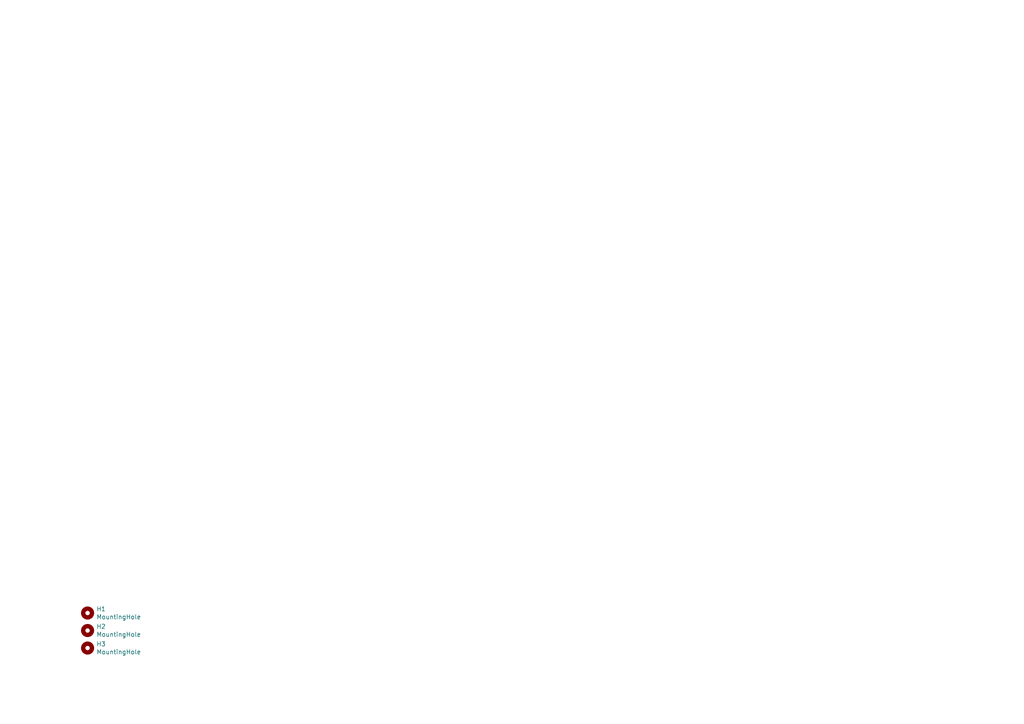
<source format=kicad_sch>
(kicad_sch (version 20211123) (generator eeschema)
  (paper "A4")
  (title_block (title "#0102"))
  (lib_symbols
    (symbol "Mechanical:MountingHole" (pin_names (offset 1.016))
      (property "Reference" "H" (at 0 5.08 0))
      (property "Value" "MountingHole" (at 0 3.175 0))
      (symbol "MountingHole_0_1"
        (circle (center 0 0) (radius 1.27) (stroke (width 1.27)))
      )
    )
  )
  (symbol (lib_id "Mechanical:MountingHole") (at 25.4 177.8 0) (unit 1)
    (property "Reference" "H1" (at 27.94 176.6316 0) (effects (justify left)))
    (property "Value" "MountingHole" (at 27.94 178.943 0) (effects (justify left)))
    (property "Footprint" "MountingHole:MountingHole_2.2mm_M2" (effects hide))
  )
  (symbol (lib_id "Mechanical:MountingHole") (at 25.4 182.88 0) (unit 1)
    (property "Reference" "H2" (at 27.94 181.7116 0) (effects (justify left)))
    (property "Value" "MountingHole" (at 27.94 184.023 0) (effects (justify left)))
    (property "Footprint" "MountingHole:MountingHole_2.2mm_M2" (effects hide))
  )
  (symbol (lib_id "Mechanical:MountingHole") (at 25.4 187.96 0) (unit 1)
    (property "Reference" "H3" (at 27.94 186.7916 0) (effects (justify left)))
    (property "Value" "MountingHole" (at 27.94 189.103 0) (effects (justify left)))
    (property "Footprint" "MountingHole:MountingHole_2.2mm_M2" (effects hide))
  )
)
</source>
